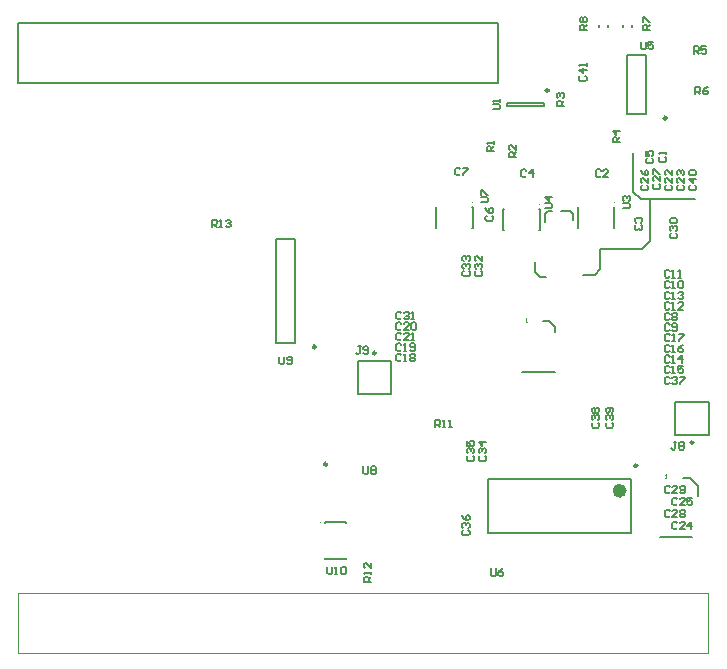
<source format=gto>
G04 Layer_Color=65535*
%FSLAX25Y25*%
%MOIN*%
G70*
G01*
G75*
%ADD22C,0.00600*%
%ADD23C,0.00500*%
%ADD79C,0.00984*%
%ADD80C,0.00394*%
%ADD81C,0.02362*%
%ADD82C,0.00787*%
%ADD83C,0.00100*%
%ADD84C,0.00800*%
%ADD85C,0.00200*%
D22*
X233500Y58697D02*
Y62000D01*
X231000Y64500D02*
X233500Y62000D01*
X228500Y64500D02*
X231000D01*
X221000Y45000D02*
X231500D01*
X182000Y117000D02*
X184000D01*
X186000Y113228D02*
Y115000D01*
X184000Y117000D02*
X186000Y115000D01*
X175000Y100000D02*
X186000D01*
X188000Y153500D02*
X191000D01*
X191750Y152750D01*
Y150469D02*
Y152750D01*
X182500Y152500D02*
X183500Y153500D01*
X184912D01*
X182500Y150050D02*
Y152500D01*
X181000Y131500D02*
X182918D01*
X179213Y133287D02*
X181000Y131500D01*
X179213Y133287D02*
Y136500D01*
X195244Y132244D02*
X199094D01*
X201000Y134150D01*
Y136000D01*
Y135000D02*
Y140898D01*
X201102Y141000D01*
X215000D01*
X217500Y143500D01*
Y157500D01*
X214500D02*
X232638D01*
X212000Y160000D02*
X214500Y157500D01*
X212000Y160000D02*
Y173000D01*
X160782Y71965D02*
X160366Y71549D01*
Y70716D01*
X160782Y70299D01*
X162449D01*
X162865Y70716D01*
Y71549D01*
X162449Y71965D01*
X160782Y72798D02*
X160366Y73215D01*
Y74048D01*
X160782Y74464D01*
X161199D01*
X161615Y74048D01*
Y73631D01*
Y74048D01*
X162032Y74464D01*
X162449D01*
X162865Y74048D01*
Y73215D01*
X162449Y72798D01*
X162865Y76547D02*
X160366D01*
X161615Y75297D01*
Y76964D01*
D23*
X182501Y154500D02*
X184583D01*
X185000Y154917D01*
Y155750D01*
X184583Y156166D01*
X182501D01*
X185000Y158249D02*
X182501D01*
X183750Y156999D01*
Y158665D01*
D79*
X231988Y76417D02*
G03*
X231988Y76417I-492J0D01*
G01*
X126122Y106220D02*
G03*
X126122Y106220I-492J0D01*
G01*
X106074Y108315D02*
G03*
X106074Y108315I-492J0D01*
G01*
X109880Y69190D02*
G03*
X109880Y69190I-492J0D01*
G01*
X213259Y68724D02*
G03*
X213259Y68724I-492J0D01*
G01*
X223012Y184615D02*
G03*
X223012Y184615I-492J0D01*
G01*
X183760Y193858D02*
G03*
X183760Y193858I-492J0D01*
G01*
D80*
X107737Y49808D02*
G03*
X107737Y49808I-197J0D01*
G01*
X158436Y156519D02*
G03*
X158436Y156519I-197J0D01*
G01*
X180847Y155787D02*
G03*
X180847Y155787I-197J0D01*
G01*
X205680Y156519D02*
G03*
X205680Y156519I-197J0D01*
G01*
D81*
X208534Y60358D02*
G03*
X208534Y60358I-1181J0D01*
G01*
D82*
X225984Y78976D02*
X237008D01*
X225984Y78976D02*
Y90000D01*
X237008D01*
X237008Y78976D02*
Y90000D01*
X120118Y103661D02*
X131142D01*
X131142Y92638D02*
Y103661D01*
X120118Y92638D02*
X131142D01*
X120118Y92638D02*
Y103661D01*
X167000Y196297D02*
Y216297D01*
X7000Y196297D02*
Y216297D01*
Y196297D02*
X167000D01*
X7000Y216297D02*
X167000D01*
X116202Y49709D02*
Y49906D01*
X109115D02*
X116202D01*
Y37701D02*
Y37898D01*
X109115Y37701D02*
Y37898D01*
Y49709D02*
Y49906D01*
Y37701D02*
X116202D01*
X99085Y109535D02*
Y144181D01*
X92786Y109535D02*
Y144181D01*
Y109535D02*
X99085D01*
X92786Y144181D02*
X99085D01*
X158141Y154945D02*
X158337D01*
Y147858D02*
Y154945D01*
X158141Y147858D02*
X158337D01*
X146133Y154945D02*
X146330D01*
X146133Y147858D02*
X146330D01*
X146133D02*
Y154945D01*
X211290Y46224D02*
Y64295D01*
X163652D02*
X211290D01*
X163652Y46224D02*
X211290D01*
X163652D02*
Y64295D01*
X209725Y205500D02*
X216024D01*
Y185815D02*
Y205500D01*
X209725Y185815D02*
X216024D01*
X209725D02*
Y205500D01*
X180551Y154213D02*
X180748D01*
Y147126D02*
Y154213D01*
X180551Y147126D02*
X180748D01*
X168543Y154213D02*
X168740D01*
X168543Y147126D02*
X168740D01*
X168543D02*
Y154213D01*
X205385Y154945D02*
X205581D01*
Y147858D02*
Y154945D01*
X205385Y147858D02*
X205581D01*
X193377Y154945D02*
X193574D01*
X193377Y147858D02*
X193574D01*
X193377D02*
Y154945D01*
X182087Y188543D02*
Y189724D01*
X169882D02*
X182087D01*
X169882Y188543D02*
X182087D01*
X169882D02*
Y189724D01*
X203633Y214847D02*
Y215634D01*
X200484Y214847D02*
Y215634D01*
X211496Y214910D02*
Y215698D01*
X208347Y214910D02*
Y215698D01*
D83*
X237000Y6297D02*
Y26297D01*
X17000D02*
X237000D01*
X7000D02*
X17000D01*
Y6297D02*
X237000D01*
X7000D02*
Y26297D01*
Y6297D02*
X17000D01*
D84*
X207500Y176500D02*
X205001D01*
Y177750D01*
X205417Y178166D01*
X206250D01*
X206667Y177750D01*
Y176500D01*
Y177333D02*
X207500Y178166D01*
Y180249D02*
X205001D01*
X206250Y178999D01*
Y180665D01*
X188872Y188764D02*
X186373D01*
Y190014D01*
X186790Y190430D01*
X187623D01*
X188039Y190014D01*
Y188764D01*
Y189597D02*
X188872Y190430D01*
X186790Y191263D02*
X186373Y191680D01*
Y192513D01*
X186790Y192929D01*
X187206D01*
X187623Y192513D01*
Y192096D01*
Y192513D01*
X188039Y192929D01*
X188456D01*
X188872Y192513D01*
Y191680D01*
X188456Y191263D01*
X165500Y173500D02*
X163001D01*
Y174750D01*
X163417Y175166D01*
X164250D01*
X164667Y174750D01*
Y173500D01*
Y174333D02*
X165500Y175166D01*
Y175999D02*
Y176832D01*
Y176416D01*
X163001D01*
X163417Y175999D01*
X165001Y187500D02*
X167084D01*
X167500Y187917D01*
Y188750D01*
X167084Y189166D01*
X165001D01*
X167500Y189999D02*
Y190832D01*
Y190416D01*
X165001D01*
X165417Y189999D01*
X226266Y76599D02*
X225433D01*
X225850D01*
Y74516D01*
X225433Y74100D01*
X225016D01*
X224600Y74516D01*
X227099Y76183D02*
X227516Y76599D01*
X228349D01*
X228765Y76183D01*
Y75766D01*
X228349Y75350D01*
X228765Y74933D01*
Y74516D01*
X228349Y74100D01*
X227516D01*
X227099Y74516D01*
Y74933D01*
X227516Y75350D01*
X227099Y75766D01*
Y76183D01*
X227516Y75350D02*
X228349D01*
X121098Y108499D02*
X120265D01*
X120682D01*
Y106416D01*
X120265Y106000D01*
X119849D01*
X119432Y106416D01*
X121931D02*
X122348Y106000D01*
X123181D01*
X123597Y106416D01*
Y108083D01*
X123181Y108499D01*
X122348D01*
X121931Y108083D01*
Y107666D01*
X122348Y107250D01*
X123597D01*
X232166Y206000D02*
Y208499D01*
X233415D01*
X233832Y208083D01*
Y207250D01*
X233415Y206833D01*
X232166D01*
X232999D02*
X233832Y206000D01*
X236331Y208499D02*
X234665D01*
Y207250D01*
X235498Y207666D01*
X235914D01*
X236331Y207250D01*
Y206417D01*
X235914Y206000D01*
X235081D01*
X234665Y206417D01*
X232638Y192489D02*
Y194988D01*
X233887D01*
X234304Y194571D01*
Y193738D01*
X233887Y193322D01*
X232638D01*
X233471D02*
X234304Y192489D01*
X236803Y194988D02*
X235970Y194571D01*
X235137Y193738D01*
Y192905D01*
X235554Y192489D01*
X236387D01*
X236803Y192905D01*
Y193322D01*
X236387Y193738D01*
X235137D01*
X217500Y214000D02*
X215001D01*
Y215250D01*
X215417Y215666D01*
X216250D01*
X216667Y215250D01*
Y214000D01*
Y214833D02*
X217500Y215666D01*
X215001Y216499D02*
Y218165D01*
X215417D01*
X217084Y216499D01*
X217500D01*
X196500Y214000D02*
X194001D01*
Y215250D01*
X194417Y215666D01*
X195250D01*
X195667Y215250D01*
Y214000D01*
Y214833D02*
X196500Y215666D01*
X194417Y216499D02*
X194001Y216916D01*
Y217749D01*
X194417Y218165D01*
X194834D01*
X195250Y217749D01*
X195667Y218165D01*
X196083D01*
X196500Y217749D01*
Y216916D01*
X196083Y216499D01*
X195667D01*
X195250Y216916D01*
X194834Y216499D01*
X194417D01*
X195250Y216916D02*
Y217749D01*
X164500Y34499D02*
Y32416D01*
X164917Y32000D01*
X165750D01*
X166166Y32416D01*
Y34499D01*
X168665D02*
X167832Y34083D01*
X166999Y33250D01*
Y32416D01*
X167416Y32000D01*
X168249D01*
X168665Y32416D01*
Y32833D01*
X168249Y33250D01*
X166999D01*
X161001Y156519D02*
X163084D01*
X163500Y156936D01*
Y157769D01*
X163084Y158186D01*
X161001D01*
Y159019D02*
Y160685D01*
X161417D01*
X163084Y159019D01*
X163500D01*
X122000Y68499D02*
Y66417D01*
X122416Y66000D01*
X123250D01*
X123666Y66417D01*
Y68499D01*
X124499Y68083D02*
X124916Y68499D01*
X125749D01*
X126165Y68083D01*
Y67666D01*
X125749Y67250D01*
X126165Y66833D01*
Y66417D01*
X125749Y66000D01*
X124916D01*
X124499Y66417D01*
Y66833D01*
X124916Y67250D01*
X124499Y67666D01*
Y68083D01*
X124916Y67250D02*
X125749D01*
X94000Y105098D02*
Y103015D01*
X94416Y102598D01*
X95250D01*
X95666Y103015D01*
Y105098D01*
X96499Y103015D02*
X96916Y102598D01*
X97749D01*
X98165Y103015D01*
Y104681D01*
X97749Y105098D01*
X96916D01*
X96499Y104681D01*
Y104265D01*
X96916Y103848D01*
X98165D01*
X109937Y34999D02*
Y32917D01*
X110353Y32500D01*
X111186D01*
X111603Y32917D01*
Y34999D01*
X112436Y32500D02*
X113269D01*
X112853D01*
Y34999D01*
X112436Y34583D01*
X114519D02*
X114935Y34999D01*
X115768D01*
X116185Y34583D01*
Y32917D01*
X115768Y32500D01*
X114935D01*
X114519Y32917D01*
Y34583D01*
X224058Y129894D02*
X223642Y130310D01*
X222809D01*
X222392Y129894D01*
Y128228D01*
X222809Y127811D01*
X223642D01*
X224058Y128228D01*
X224891Y127811D02*
X225724D01*
X225308D01*
Y130310D01*
X224891Y129894D01*
X226974D02*
X227390Y130310D01*
X228223D01*
X228640Y129894D01*
Y128228D01*
X228223Y127811D01*
X227390D01*
X226974Y128228D01*
Y129894D01*
X224058Y133437D02*
X223642Y133853D01*
X222809D01*
X222392Y133437D01*
Y131771D01*
X222809Y131354D01*
X223642D01*
X224058Y131771D01*
X224891Y131354D02*
X225724D01*
X225308D01*
Y133853D01*
X224891Y133437D01*
X226974Y131354D02*
X227807D01*
X227390D01*
Y133853D01*
X226974Y133437D01*
X224058Y122807D02*
X223642Y123224D01*
X222809D01*
X222392Y122807D01*
Y121141D01*
X222809Y120724D01*
X223642D01*
X224058Y121141D01*
X224891Y120724D02*
X225724D01*
X225308D01*
Y123224D01*
X224891Y122807D01*
X228640Y120724D02*
X226974D01*
X228640Y122391D01*
Y122807D01*
X228223Y123224D01*
X227390D01*
X226974Y122807D01*
X224058Y126350D02*
X223642Y126767D01*
X222809D01*
X222392Y126350D01*
Y124684D01*
X222809Y124268D01*
X223642D01*
X224058Y124684D01*
X224891Y124268D02*
X225724D01*
X225308D01*
Y126767D01*
X224891Y126350D01*
X226974D02*
X227390Y126767D01*
X228223D01*
X228640Y126350D01*
Y125934D01*
X228223Y125517D01*
X227807D01*
X228223D01*
X228640Y125101D01*
Y124684D01*
X228223Y124268D01*
X227390D01*
X226974Y124684D01*
X224058Y105091D02*
X223642Y105507D01*
X222809D01*
X222392Y105091D01*
Y103424D01*
X222809Y103008D01*
X223642D01*
X224058Y103424D01*
X224891Y103008D02*
X225724D01*
X225308D01*
Y105507D01*
X224891Y105091D01*
X228223Y103008D02*
Y105507D01*
X226974Y104258D01*
X228640D01*
X224058Y101547D02*
X223642Y101964D01*
X222809D01*
X222392Y101547D01*
Y99881D01*
X222809Y99465D01*
X223642D01*
X224058Y99881D01*
X224891Y99465D02*
X225724D01*
X225308D01*
Y101964D01*
X224891Y101547D01*
X228640Y101964D02*
X226974D01*
Y100714D01*
X227807Y101131D01*
X228223D01*
X228640Y100714D01*
Y99881D01*
X228223Y99465D01*
X227390D01*
X226974Y99881D01*
X224058Y108634D02*
X223642Y109050D01*
X222809D01*
X222392Y108634D01*
Y106968D01*
X222809Y106551D01*
X223642D01*
X224058Y106968D01*
X224891Y106551D02*
X225724D01*
X225308D01*
Y109050D01*
X224891Y108634D01*
X228640Y109050D02*
X227807Y108634D01*
X226974Y107801D01*
Y106968D01*
X227390Y106551D01*
X228223D01*
X228640Y106968D01*
Y107384D01*
X228223Y107801D01*
X226974D01*
X224140Y112300D02*
X223723Y112717D01*
X222890D01*
X222474Y112300D01*
Y110634D01*
X222890Y110217D01*
X223723D01*
X224140Y110634D01*
X224973Y110217D02*
X225806D01*
X225390D01*
Y112717D01*
X224973Y112300D01*
X227056Y112717D02*
X228722D01*
Y112300D01*
X227056Y110634D01*
Y110217D01*
X134666Y105583D02*
X134250Y105999D01*
X133416D01*
X133000Y105583D01*
Y103917D01*
X133416Y103500D01*
X134250D01*
X134666Y103917D01*
X135499Y103500D02*
X136332D01*
X135916D01*
Y105999D01*
X135499Y105583D01*
X137582D02*
X137998Y105999D01*
X138831D01*
X139248Y105583D01*
Y105166D01*
X138831Y104750D01*
X139248Y104333D01*
Y103917D01*
X138831Y103500D01*
X137998D01*
X137582Y103917D01*
Y104333D01*
X137998Y104750D01*
X137582Y105166D01*
Y105583D01*
X137998Y104750D02*
X138831D01*
X134666Y116083D02*
X134250Y116499D01*
X133416D01*
X133000Y116083D01*
Y114417D01*
X133416Y114000D01*
X134250D01*
X134666Y114417D01*
X137165Y114000D02*
X135499D01*
X137165Y115666D01*
Y116083D01*
X136749Y116499D01*
X135916D01*
X135499Y116083D01*
X137998D02*
X138415Y116499D01*
X139248D01*
X139664Y116083D01*
Y114417D01*
X139248Y114000D01*
X138415D01*
X137998Y114417D01*
Y116083D01*
X134666Y112634D02*
X134250Y113050D01*
X133416D01*
X133000Y112634D01*
Y110968D01*
X133416Y110551D01*
X134250D01*
X134666Y110968D01*
X137165Y110551D02*
X135499D01*
X137165Y112217D01*
Y112634D01*
X136749Y113050D01*
X135916D01*
X135499Y112634D01*
X137998Y110551D02*
X138831D01*
X138415D01*
Y113050D01*
X137998Y112634D01*
X222917Y162166D02*
X222501Y161750D01*
Y160916D01*
X222917Y160500D01*
X224584D01*
X225000Y160916D01*
Y161750D01*
X224584Y162166D01*
X225000Y164665D02*
Y162999D01*
X223334Y164665D01*
X222917D01*
X222501Y164249D01*
Y163416D01*
X222917Y162999D01*
X225000Y167165D02*
Y165498D01*
X223334Y167165D01*
X222917D01*
X222501Y166748D01*
Y165915D01*
X222917Y165498D01*
X226917Y162166D02*
X226501Y161750D01*
Y160916D01*
X226917Y160500D01*
X228584D01*
X229000Y160916D01*
Y161750D01*
X228584Y162166D01*
X229000Y164665D02*
Y162999D01*
X227334Y164665D01*
X226917D01*
X226501Y164249D01*
Y163416D01*
X226917Y162999D01*
Y165498D02*
X226501Y165915D01*
Y166748D01*
X226917Y167165D01*
X227334D01*
X227750Y166748D01*
Y166331D01*
Y166748D01*
X228167Y167165D01*
X228584D01*
X229000Y166748D01*
Y165915D01*
X228584Y165498D01*
X226666Y49583D02*
X226250Y49999D01*
X225416D01*
X225000Y49583D01*
Y47916D01*
X225416Y47500D01*
X226250D01*
X226666Y47916D01*
X229165Y47500D02*
X227499D01*
X229165Y49166D01*
Y49583D01*
X228749Y49999D01*
X227916D01*
X227499Y49583D01*
X231248Y47500D02*
Y49999D01*
X229998Y48750D01*
X231664D01*
X226666Y57583D02*
X226250Y57999D01*
X225416D01*
X225000Y57583D01*
Y55917D01*
X225416Y55500D01*
X226250D01*
X226666Y55917D01*
X229165Y55500D02*
X227499D01*
X229165Y57166D01*
Y57583D01*
X228749Y57999D01*
X227916D01*
X227499Y57583D01*
X231664Y57999D02*
X229998D01*
Y56750D01*
X230831Y57166D01*
X231248D01*
X231664Y56750D01*
Y55917D01*
X231248Y55500D01*
X230415D01*
X229998Y55917D01*
X214917Y162166D02*
X214501Y161750D01*
Y160916D01*
X214917Y160500D01*
X216583D01*
X217000Y160916D01*
Y161750D01*
X216583Y162166D01*
X217000Y164665D02*
Y162999D01*
X215334Y164665D01*
X214917D01*
X214501Y164249D01*
Y163416D01*
X214917Y162999D01*
X214501Y167165D02*
X214917Y166331D01*
X215750Y165498D01*
X216583D01*
X217000Y165915D01*
Y166748D01*
X216583Y167165D01*
X216167D01*
X215750Y166748D01*
Y165498D01*
X218917Y162666D02*
X218501Y162250D01*
Y161416D01*
X218917Y161000D01*
X220584D01*
X221000Y161416D01*
Y162250D01*
X220584Y162666D01*
X221000Y165165D02*
Y163499D01*
X219334Y165165D01*
X218917D01*
X218501Y164749D01*
Y163916D01*
X218917Y163499D01*
X218501Y165998D02*
Y167665D01*
X218917D01*
X220584Y165998D01*
X221000D01*
X224166Y53583D02*
X223750Y53999D01*
X222917D01*
X222500Y53583D01*
Y51916D01*
X222917Y51500D01*
X223750D01*
X224166Y51916D01*
X226665Y51500D02*
X224999D01*
X226665Y53166D01*
Y53583D01*
X226249Y53999D01*
X225416D01*
X224999Y53583D01*
X227498D02*
X227915Y53999D01*
X228748D01*
X229165Y53583D01*
Y53166D01*
X228748Y52750D01*
X229165Y52333D01*
Y51916D01*
X228748Y51500D01*
X227915D01*
X227498Y51916D01*
Y52333D01*
X227915Y52750D01*
X227498Y53166D01*
Y53583D01*
X227915Y52750D02*
X228748D01*
X224166Y61583D02*
X223750Y61999D01*
X222917D01*
X222500Y61583D01*
Y59917D01*
X222917Y59500D01*
X223750D01*
X224166Y59917D01*
X226665Y59500D02*
X224999D01*
X226665Y61166D01*
Y61583D01*
X226249Y61999D01*
X225416D01*
X224999Y61583D01*
X227498Y59917D02*
X227915Y59500D01*
X228748D01*
X229165Y59917D01*
Y61583D01*
X228748Y61999D01*
X227915D01*
X227498Y61583D01*
Y61166D01*
X227915Y60750D01*
X229165D01*
X134666Y119583D02*
X134250Y119999D01*
X133416D01*
X133000Y119583D01*
Y117917D01*
X133416Y117500D01*
X134250D01*
X134666Y117917D01*
X135499Y119583D02*
X135916Y119999D01*
X136749D01*
X137165Y119583D01*
Y119166D01*
X136749Y118750D01*
X136332D01*
X136749D01*
X137165Y118333D01*
Y117917D01*
X136749Y117500D01*
X135916D01*
X135499Y117917D01*
X137998Y117500D02*
X138831D01*
X138415D01*
Y119999D01*
X137998Y119583D01*
X156845Y71965D02*
X156429Y71549D01*
Y70716D01*
X156845Y70299D01*
X158511D01*
X158928Y70716D01*
Y71549D01*
X158511Y71965D01*
X156845Y72798D02*
X156429Y73215D01*
Y74048D01*
X156845Y74464D01*
X157262D01*
X157678Y74048D01*
Y73631D01*
Y74048D01*
X158095Y74464D01*
X158511D01*
X158928Y74048D01*
Y73215D01*
X158511Y72798D01*
X156429Y76964D02*
Y75297D01*
X157678D01*
X157262Y76130D01*
Y76547D01*
X157678Y76964D01*
X158511D01*
X158928Y76547D01*
Y75714D01*
X158511Y75297D01*
X155271Y47166D02*
X154854Y46750D01*
Y45917D01*
X155271Y45500D01*
X156937D01*
X157353Y45917D01*
Y46750D01*
X156937Y47166D01*
X155271Y47999D02*
X154854Y48416D01*
Y49249D01*
X155271Y49665D01*
X155687D01*
X156104Y49249D01*
Y48832D01*
Y49249D01*
X156520Y49665D01*
X156937D01*
X157353Y49249D01*
Y48416D01*
X156937Y47999D01*
X154854Y52165D02*
X155271Y51331D01*
X156104Y50498D01*
X156937D01*
X157353Y50915D01*
Y51748D01*
X156937Y52165D01*
X156520D01*
X156104Y51748D01*
Y50498D01*
X224058Y98004D02*
X223642Y98421D01*
X222809D01*
X222392Y98004D01*
Y96338D01*
X222809Y95921D01*
X223642D01*
X224058Y96338D01*
X224891Y98004D02*
X225308Y98421D01*
X226141D01*
X226557Y98004D01*
Y97587D01*
X226141Y97171D01*
X225724D01*
X226141D01*
X226557Y96754D01*
Y96338D01*
X226141Y95921D01*
X225308D01*
X224891Y96338D01*
X227390Y98421D02*
X229057D01*
Y98004D01*
X227390Y96338D01*
Y95921D01*
X198417Y83066D02*
X198001Y82650D01*
Y81817D01*
X198417Y81400D01*
X200083D01*
X200500Y81817D01*
Y82650D01*
X200083Y83066D01*
X198417Y83899D02*
X198001Y84316D01*
Y85149D01*
X198417Y85565D01*
X198834D01*
X199250Y85149D01*
Y84732D01*
Y85149D01*
X199667Y85565D01*
X200083D01*
X200500Y85149D01*
Y84316D01*
X200083Y83899D01*
X198417Y86398D02*
X198001Y86815D01*
Y87648D01*
X198417Y88064D01*
X198834D01*
X199250Y87648D01*
X199667Y88064D01*
X200083D01*
X200500Y87648D01*
Y86815D01*
X200083Y86398D01*
X199667D01*
X199250Y86815D01*
X198834Y86398D01*
X198417D01*
X199250Y86815D02*
Y87648D01*
X203217Y83066D02*
X202801Y82650D01*
Y81817D01*
X203217Y81400D01*
X204884D01*
X205300Y81817D01*
Y82650D01*
X204884Y83066D01*
X203217Y83899D02*
X202801Y84316D01*
Y85149D01*
X203217Y85565D01*
X203634D01*
X204050Y85149D01*
Y84732D01*
Y85149D01*
X204467Y85565D01*
X204884D01*
X205300Y85149D01*
Y84316D01*
X204884Y83899D01*
Y86398D02*
X205300Y86815D01*
Y87648D01*
X204884Y88064D01*
X203217D01*
X202801Y87648D01*
Y86815D01*
X203217Y86398D01*
X203634D01*
X204050Y86815D01*
Y88064D01*
X230917Y162166D02*
X230501Y161750D01*
Y160916D01*
X230917Y160500D01*
X232583D01*
X233000Y160916D01*
Y161750D01*
X232583Y162166D01*
X233000Y164249D02*
X230501D01*
X231750Y162999D01*
Y164665D01*
X230917Y165498D02*
X230501Y165915D01*
Y166748D01*
X230917Y167165D01*
X232583D01*
X233000Y166748D01*
Y165915D01*
X232583Y165498D01*
X230917D01*
X146000Y81500D02*
Y83999D01*
X147250D01*
X147666Y83583D01*
Y82750D01*
X147250Y82333D01*
X146000D01*
X146833D02*
X147666Y81500D01*
X148499D02*
X149332D01*
X148916D01*
Y83999D01*
X148499Y83583D01*
X150582Y81500D02*
X151415D01*
X150998D01*
Y83999D01*
X150582Y83583D01*
X124563Y30000D02*
X122064D01*
Y31250D01*
X122480Y31666D01*
X123313D01*
X123730Y31250D01*
Y30000D01*
Y30833D02*
X124563Y31666D01*
Y32499D02*
Y33332D01*
Y32916D01*
X122064D01*
X122480Y32499D01*
X124563Y36248D02*
Y34582D01*
X122897Y36248D01*
X122480D01*
X122064Y35831D01*
Y34998D01*
X122480Y34582D01*
X71500Y148200D02*
Y150699D01*
X72750D01*
X73166Y150283D01*
Y149450D01*
X72750Y149033D01*
X71500D01*
X72333D02*
X73166Y148200D01*
X73999D02*
X74832D01*
X74416D01*
Y150699D01*
X73999Y150283D01*
X76082D02*
X76498Y150699D01*
X77331D01*
X77748Y150283D01*
Y149866D01*
X77331Y149450D01*
X76915D01*
X77331D01*
X77748Y149033D01*
Y148617D01*
X77331Y148200D01*
X76498D01*
X76082Y148617D01*
X220917Y171666D02*
X220501Y171250D01*
Y170416D01*
X220917Y170000D01*
X222584D01*
X223000Y170416D01*
Y171250D01*
X222584Y171666D01*
X223000Y172499D02*
Y173332D01*
Y172916D01*
X220501D01*
X220917Y172499D01*
X201145Y167083D02*
X200729Y167499D01*
X199896D01*
X199479Y167083D01*
Y165417D01*
X199896Y165000D01*
X200729D01*
X201145Y165417D01*
X203644Y165000D02*
X201978D01*
X203644Y166666D01*
Y167083D01*
X203228Y167499D01*
X202395D01*
X201978Y167083D01*
X214554Y149735D02*
X214970Y150152D01*
Y150985D01*
X214554Y151401D01*
X212888D01*
X212471Y150985D01*
Y150152D01*
X212888Y149735D01*
X214554Y148902D02*
X214970Y148486D01*
Y147653D01*
X214554Y147236D01*
X214137D01*
X213721Y147653D01*
Y148069D01*
Y147653D01*
X213304Y147236D01*
X212888D01*
X212471Y147653D01*
Y148486D01*
X212888Y148902D01*
X176312Y167083D02*
X175895Y167499D01*
X175062D01*
X174646Y167083D01*
Y165417D01*
X175062Y165000D01*
X175895D01*
X176312Y165417D01*
X178394Y165000D02*
Y167499D01*
X177145Y166250D01*
X178811D01*
X216417Y171166D02*
X216001Y170750D01*
Y169916D01*
X216417Y169500D01*
X218084D01*
X218500Y169916D01*
Y170750D01*
X218084Y171166D01*
X216001Y173665D02*
Y171999D01*
X217250D01*
X216834Y172832D01*
Y173249D01*
X217250Y173665D01*
X218084D01*
X218500Y173249D01*
Y172416D01*
X218084Y171999D01*
X163075Y152099D02*
X162658Y151683D01*
Y150850D01*
X163075Y150433D01*
X164741D01*
X165157Y150850D01*
Y151683D01*
X164741Y152099D01*
X162658Y154598D02*
X163075Y153765D01*
X163908Y152932D01*
X164741D01*
X165157Y153349D01*
Y154182D01*
X164741Y154598D01*
X164324D01*
X163908Y154182D01*
Y152932D01*
X154295Y167583D02*
X153878Y167999D01*
X153045D01*
X152629Y167583D01*
Y165917D01*
X153045Y165500D01*
X153878D01*
X154295Y165917D01*
X155128Y167999D02*
X156794D01*
Y167583D01*
X155128Y165917D01*
Y165500D01*
X224058Y119264D02*
X223642Y119680D01*
X222809D01*
X222392Y119264D01*
Y117598D01*
X222809Y117181D01*
X223642D01*
X224058Y117598D01*
X224891Y119264D02*
X225308Y119680D01*
X226141D01*
X226557Y119264D01*
Y118847D01*
X226141Y118431D01*
X226557Y118014D01*
Y117598D01*
X226141Y117181D01*
X225308D01*
X224891Y117598D01*
Y118014D01*
X225308Y118431D01*
X224891Y118847D01*
Y119264D01*
X225308Y118431D02*
X226141D01*
X224058Y115720D02*
X223642Y116137D01*
X222809D01*
X222392Y115720D01*
Y114054D01*
X222809Y113638D01*
X223642D01*
X224058Y114054D01*
X224891D02*
X225308Y113638D01*
X226141D01*
X226557Y114054D01*
Y115720D01*
X226141Y116137D01*
X225308D01*
X224891Y115720D01*
Y115304D01*
X225308Y114887D01*
X226557D01*
X172913Y171500D02*
X170414D01*
Y172750D01*
X170831Y173166D01*
X171664D01*
X172080Y172750D01*
Y171500D01*
Y172333D02*
X172913Y173166D01*
Y175665D02*
Y173999D01*
X171247Y175665D01*
X170831D01*
X170414Y175249D01*
Y174416D01*
X170831Y173999D01*
X208501Y154500D02*
X210583D01*
X211000Y154917D01*
Y155750D01*
X210583Y156166D01*
X208501D01*
X208917Y156999D02*
X208501Y157416D01*
Y158249D01*
X208917Y158665D01*
X209334D01*
X209750Y158249D01*
Y157832D01*
Y158249D01*
X210167Y158665D01*
X210583D01*
X211000Y158249D01*
Y157416D01*
X210583Y156999D01*
X214500Y209968D02*
Y207885D01*
X214916Y207469D01*
X215750D01*
X216166Y207885D01*
Y209968D01*
X218665D02*
X216999D01*
Y208718D01*
X217832Y209135D01*
X218249D01*
X218665Y208718D01*
Y207885D01*
X218249Y207469D01*
X217416D01*
X216999Y207885D01*
X194256Y198666D02*
X193840Y198250D01*
Y197416D01*
X194256Y197000D01*
X195922D01*
X196339Y197416D01*
Y198250D01*
X195922Y198666D01*
X196339Y200749D02*
X193840D01*
X195089Y199499D01*
Y201165D01*
X196339Y201998D02*
Y202831D01*
Y202415D01*
X193840D01*
X194256Y201998D01*
X224417Y146166D02*
X224001Y145750D01*
Y144916D01*
X224417Y144500D01*
X226083D01*
X226500Y144916D01*
Y145750D01*
X226083Y146166D01*
X224417Y146999D02*
X224001Y147416D01*
Y148249D01*
X224417Y148665D01*
X224834D01*
X225250Y148249D01*
Y147832D01*
Y148249D01*
X225667Y148665D01*
X226083D01*
X226500Y148249D01*
Y147416D01*
X226083Y146999D01*
X224417Y149498D02*
X224001Y149915D01*
Y150748D01*
X224417Y151164D01*
X226083D01*
X226500Y150748D01*
Y149915D01*
X226083Y149498D01*
X224417D01*
X134666Y109083D02*
X134250Y109499D01*
X133416D01*
X133000Y109083D01*
Y107416D01*
X133416Y107000D01*
X134250D01*
X134666Y107416D01*
X135499Y107000D02*
X136332D01*
X135916D01*
Y109499D01*
X135499Y109083D01*
X137582Y107416D02*
X137998Y107000D01*
X138831D01*
X139248Y107416D01*
Y109083D01*
X138831Y109499D01*
X137998D01*
X137582Y109083D01*
Y108666D01*
X137998Y108250D01*
X139248D01*
X159417Y133524D02*
X159001Y133108D01*
Y132274D01*
X159417Y131858D01*
X161083D01*
X161500Y132274D01*
Y133108D01*
X161083Y133524D01*
X159417Y134357D02*
X159001Y134774D01*
Y135607D01*
X159417Y136023D01*
X159834D01*
X160250Y135607D01*
Y135190D01*
Y135607D01*
X160667Y136023D01*
X161083D01*
X161500Y135607D01*
Y134774D01*
X161083Y134357D01*
X161500Y138523D02*
Y136856D01*
X159834Y138523D01*
X159417D01*
X159001Y138106D01*
Y137273D01*
X159417Y136856D01*
X157074Y133524D02*
X157490Y133108D01*
Y132274D01*
X157074Y131858D01*
X155408D01*
X154991Y132274D01*
Y133108D01*
X155408Y133524D01*
X157074Y134357D02*
X157490Y134774D01*
Y135607D01*
X157074Y136023D01*
X156657D01*
X156241Y135607D01*
Y135190D01*
Y135607D01*
X155824Y136023D01*
X155408D01*
X154991Y135607D01*
Y134774D01*
X155408Y134357D01*
X157074Y136856D02*
X157490Y137273D01*
Y138106D01*
X157074Y138523D01*
X156657D01*
X156241Y138106D01*
Y137689D01*
Y138106D01*
X155824Y138523D01*
X155408D01*
X154991Y138106D01*
Y137273D01*
X155408Y136856D01*
D85*
X222500Y64500D02*
X223000D01*
X222750D01*
Y66000D01*
X222500Y65750D01*
X176063Y116500D02*
X176563D01*
X176313D01*
Y117999D01*
X176063Y117750D01*
M02*

</source>
